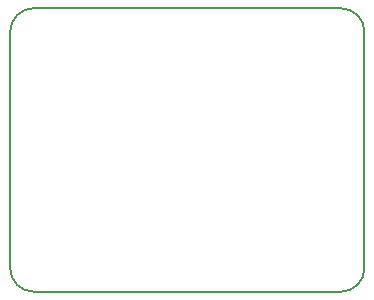
<source format=gbr>
%TF.GenerationSoftware,KiCad,Pcbnew,8.0.5*%
%TF.CreationDate,2025-07-22T16:27:51+02:00*%
%TF.ProjectId,LED_FADER,4c45445f-4641-4444-9552-2e6b69636164,rev?*%
%TF.SameCoordinates,Original*%
%TF.FileFunction,Profile,NP*%
%FSLAX46Y46*%
G04 Gerber Fmt 4.6, Leading zero omitted, Abs format (unit mm)*
G04 Created by KiCad (PCBNEW 8.0.5) date 2025-07-22 16:27:51*
%MOMM*%
%LPD*%
G01*
G04 APERTURE LIST*
%TA.AperFunction,Profile*%
%ADD10C,0.200000*%
%TD*%
G04 APERTURE END LIST*
D10*
X122700000Y-115610000D02*
X122700000Y-95610000D01*
X124700000Y-117610000D02*
G75*
G02*
X122700000Y-115610000I-1J1999999D01*
G01*
X150700000Y-93610000D02*
G75*
G02*
X152700000Y-95610000I1J-1999999D01*
G01*
X122700000Y-95610000D02*
G75*
G02*
X124700000Y-93610000I1999999J1D01*
G01*
X152700000Y-95610000D02*
X152700000Y-115610000D01*
X152700000Y-115610000D02*
G75*
G02*
X150700000Y-117610000I-1999999J-1D01*
G01*
X124700000Y-93610000D02*
X150700000Y-93610000D01*
X150700000Y-117610000D02*
X124700000Y-117610000D01*
M02*

</source>
